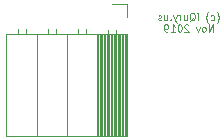
<source format=gbo>
G04 #@! TF.GenerationSoftware,KiCad,Pcbnew,(5.1.0-1558-g0ba0c1724)*
G04 #@! TF.CreationDate,2019-11-29T21:27:21-08:00*
G04 #@! TF.ProjectId,SeqStepper,53657153-7465-4707-9065-722e6b696361,rev?*
G04 #@! TF.SameCoordinates,Original*
G04 #@! TF.FileFunction,Legend,Bot*
G04 #@! TF.FilePolarity,Positive*
%FSLAX46Y46*%
G04 Gerber Fmt 4.6, Leading zero omitted, Abs format (unit mm)*
G04 Created by KiCad (PCBNEW (5.1.0-1558-g0ba0c1724)) date 2019-11-29 21:27:21*
%MOMM*%
%LPD*%
G04 APERTURE LIST*
%ADD10C,0.100000*%
%ADD11C,0.120000*%
G04 APERTURE END LIST*
D10*
X150871428Y-93017000D02*
X150900000Y-92988428D01*
X150957142Y-92902714D01*
X150985714Y-92845571D01*
X151014285Y-92759857D01*
X151042857Y-92617000D01*
X151042857Y-92502714D01*
X151014285Y-92359857D01*
X150985714Y-92274142D01*
X150957142Y-92217000D01*
X150900000Y-92131285D01*
X150871428Y-92102714D01*
X150385714Y-92759857D02*
X150442857Y-92788428D01*
X150557142Y-92788428D01*
X150614285Y-92759857D01*
X150642857Y-92731285D01*
X150671428Y-92674142D01*
X150671428Y-92502714D01*
X150642857Y-92445571D01*
X150614285Y-92417000D01*
X150557142Y-92388428D01*
X150442857Y-92388428D01*
X150385714Y-92417000D01*
X150185714Y-93017000D02*
X150157142Y-92988428D01*
X150100000Y-92902714D01*
X150071428Y-92845571D01*
X150042857Y-92759857D01*
X150014285Y-92617000D01*
X150014285Y-92502714D01*
X150042857Y-92359857D01*
X150071428Y-92274142D01*
X150100000Y-92217000D01*
X150157142Y-92131285D01*
X150185714Y-92102714D01*
X149271428Y-92788428D02*
X149271428Y-92388428D01*
X149271428Y-92188428D02*
X149300000Y-92217000D01*
X149271428Y-92245571D01*
X149242857Y-92217000D01*
X149271428Y-92188428D01*
X149271428Y-92245571D01*
X148585714Y-92845571D02*
X148642857Y-92817000D01*
X148700000Y-92759857D01*
X148785714Y-92674142D01*
X148842857Y-92645571D01*
X148900000Y-92645571D01*
X148871428Y-92788428D02*
X148928571Y-92759857D01*
X148985714Y-92702714D01*
X149014285Y-92588428D01*
X149014285Y-92388428D01*
X148985714Y-92274142D01*
X148928571Y-92217000D01*
X148871428Y-92188428D01*
X148757142Y-92188428D01*
X148700000Y-92217000D01*
X148642857Y-92274142D01*
X148614285Y-92388428D01*
X148614285Y-92588428D01*
X148642857Y-92702714D01*
X148700000Y-92759857D01*
X148757142Y-92788428D01*
X148871428Y-92788428D01*
X148100000Y-92388428D02*
X148100000Y-92788428D01*
X148357142Y-92388428D02*
X148357142Y-92702714D01*
X148328571Y-92759857D01*
X148271428Y-92788428D01*
X148185714Y-92788428D01*
X148128571Y-92759857D01*
X148100000Y-92731285D01*
X147814285Y-92788428D02*
X147814285Y-92388428D01*
X147814285Y-92502714D02*
X147785714Y-92445571D01*
X147757142Y-92417000D01*
X147700000Y-92388428D01*
X147642857Y-92388428D01*
X147500000Y-92388428D02*
X147357142Y-92788428D01*
X147214285Y-92388428D02*
X147357142Y-92788428D01*
X147414285Y-92931285D01*
X147442857Y-92959857D01*
X147500000Y-92988428D01*
X146985714Y-92731285D02*
X146957142Y-92759857D01*
X146985714Y-92788428D01*
X147014285Y-92759857D01*
X146985714Y-92731285D01*
X146985714Y-92788428D01*
X146442857Y-92388428D02*
X146442857Y-92788428D01*
X146700000Y-92388428D02*
X146700000Y-92702714D01*
X146671428Y-92759857D01*
X146614285Y-92788428D01*
X146528571Y-92788428D01*
X146471428Y-92759857D01*
X146442857Y-92731285D01*
X146185714Y-92759857D02*
X146128571Y-92788428D01*
X146014285Y-92788428D01*
X145957142Y-92759857D01*
X145928571Y-92702714D01*
X145928571Y-92674142D01*
X145957142Y-92617000D01*
X146014285Y-92588428D01*
X146100000Y-92588428D01*
X146157142Y-92559857D01*
X146185714Y-92502714D01*
X146185714Y-92474142D01*
X146157142Y-92417000D01*
X146100000Y-92388428D01*
X146014285Y-92388428D01*
X145957142Y-92417000D01*
X150542857Y-93754428D02*
X150542857Y-93154428D01*
X150200000Y-93754428D01*
X150200000Y-93154428D01*
X149828571Y-93754428D02*
X149885714Y-93725857D01*
X149914285Y-93697285D01*
X149942857Y-93640142D01*
X149942857Y-93468714D01*
X149914285Y-93411571D01*
X149885714Y-93383000D01*
X149828571Y-93354428D01*
X149742857Y-93354428D01*
X149685714Y-93383000D01*
X149657142Y-93411571D01*
X149628571Y-93468714D01*
X149628571Y-93640142D01*
X149657142Y-93697285D01*
X149685714Y-93725857D01*
X149742857Y-93754428D01*
X149828571Y-93754428D01*
X149428571Y-93354428D02*
X149285714Y-93754428D01*
X149142857Y-93354428D01*
X148485714Y-93211571D02*
X148457142Y-93183000D01*
X148400000Y-93154428D01*
X148257142Y-93154428D01*
X148200000Y-93183000D01*
X148171428Y-93211571D01*
X148142857Y-93268714D01*
X148142857Y-93325857D01*
X148171428Y-93411571D01*
X148514285Y-93754428D01*
X148142857Y-93754428D01*
X147771428Y-93154428D02*
X147714285Y-93154428D01*
X147657142Y-93183000D01*
X147628571Y-93211571D01*
X147600000Y-93268714D01*
X147571428Y-93383000D01*
X147571428Y-93525857D01*
X147600000Y-93640142D01*
X147628571Y-93697285D01*
X147657142Y-93725857D01*
X147714285Y-93754428D01*
X147771428Y-93754428D01*
X147828571Y-93725857D01*
X147857142Y-93697285D01*
X147885714Y-93640142D01*
X147914285Y-93525857D01*
X147914285Y-93383000D01*
X147885714Y-93268714D01*
X147857142Y-93211571D01*
X147828571Y-93183000D01*
X147771428Y-93154428D01*
X147000000Y-93754428D02*
X147342857Y-93754428D01*
X147171428Y-93754428D02*
X147171428Y-93154428D01*
X147228571Y-93240142D01*
X147285714Y-93297285D01*
X147342857Y-93325857D01*
X146714285Y-93754428D02*
X146600000Y-93754428D01*
X146542857Y-93725857D01*
X146514285Y-93697285D01*
X146457142Y-93611571D01*
X146428571Y-93497285D01*
X146428571Y-93268714D01*
X146457142Y-93211571D01*
X146485714Y-93183000D01*
X146542857Y-93154428D01*
X146657142Y-93154428D01*
X146714285Y-93183000D01*
X146742857Y-93211571D01*
X146771428Y-93268714D01*
X146771428Y-93411571D01*
X146742857Y-93468714D01*
X146714285Y-93497285D01*
X146657142Y-93525857D01*
X146542857Y-93525857D01*
X146485714Y-93497285D01*
X146457142Y-93468714D01*
X146428571Y-93411571D01*
D11*
X143330000Y-92500000D02*
X143330000Y-91390000D01*
X143330000Y-91390000D02*
X142000000Y-91390000D01*
X143330000Y-102590000D02*
X133050000Y-102590000D01*
X133050000Y-102590000D02*
X133050000Y-93960000D01*
X143330000Y-93960000D02*
X133050000Y-93960000D01*
X143330000Y-102590000D02*
X143330000Y-93960000D01*
X135650000Y-102590000D02*
X135650000Y-93960000D01*
X138190000Y-102590000D02*
X138190000Y-93960000D01*
X140730000Y-102590000D02*
X140730000Y-93960000D01*
X134020000Y-93960000D02*
X134020000Y-93550000D01*
X134740000Y-93960000D02*
X134740000Y-93550000D01*
X136560000Y-93960000D02*
X136560000Y-93550000D01*
X137280000Y-93960000D02*
X137280000Y-93550000D01*
X139100000Y-93960000D02*
X139100000Y-93550000D01*
X139820000Y-93960000D02*
X139820000Y-93550000D01*
X141640000Y-93960000D02*
X141640000Y-93610000D01*
X142360000Y-93960000D02*
X142360000Y-93610000D01*
X140848100Y-102590000D02*
X140848100Y-93960000D01*
X140966195Y-102590000D02*
X140966195Y-93960000D01*
X141084290Y-102590000D02*
X141084290Y-93960000D01*
X141202385Y-102590000D02*
X141202385Y-93960000D01*
X141320480Y-102590000D02*
X141320480Y-93960000D01*
X141438575Y-102590000D02*
X141438575Y-93960000D01*
X141556670Y-102590000D02*
X141556670Y-93960000D01*
X141674765Y-102590000D02*
X141674765Y-93960000D01*
X141792860Y-102590000D02*
X141792860Y-93960000D01*
X141910955Y-102590000D02*
X141910955Y-93960000D01*
X142029050Y-102590000D02*
X142029050Y-93960000D01*
X142147145Y-102590000D02*
X142147145Y-93960000D01*
X142265240Y-102590000D02*
X142265240Y-93960000D01*
X142383335Y-102590000D02*
X142383335Y-93960000D01*
X142501430Y-102590000D02*
X142501430Y-93960000D01*
X142619525Y-102590000D02*
X142619525Y-93960000D01*
X142737620Y-102590000D02*
X142737620Y-93960000D01*
X142855715Y-102590000D02*
X142855715Y-93960000D01*
X142973810Y-102590000D02*
X142973810Y-93960000D01*
X143091905Y-102590000D02*
X143091905Y-93960000D01*
X143210000Y-102590000D02*
X143210000Y-93960000D01*
M02*

</source>
